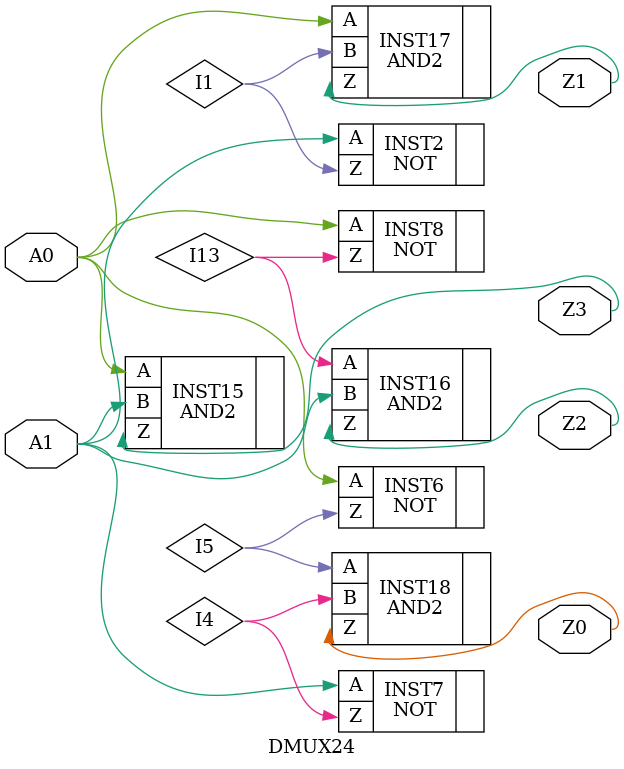
<source format=v>
`resetall
`timescale 1 ns / 100 ps

/* Created by DB2VERILOG Version 1.0.1.1 on Mon May 16 16:38:52 1994 */
/* module compiled from "lsl2db 3.6.4" run */

`celldefine
module DMUX24 (A0, A1, Z0, Z1, Z2, Z3);
input  A0, A1;
output Z0, Z1, Z2, Z3;
AND2 INST15 (.A(A0), .B(A1), .Z(Z3));
AND2 INST16 (.A(I13), .B(A1), .Z(Z2));
AND2 INST17 (.A(A0), .B(I1), .Z(Z1));
AND2 INST18 (.A(I5), .B(I4), .Z(Z0));
NOT INST2 (.A(A1), .Z(I1));
NOT INST6 (.A(A0), .Z(I5));
NOT INST7 (.A(A1), .Z(I4));
NOT INST8 (.A(A0), .Z(I13));

endmodule
`endcelldefine

</source>
